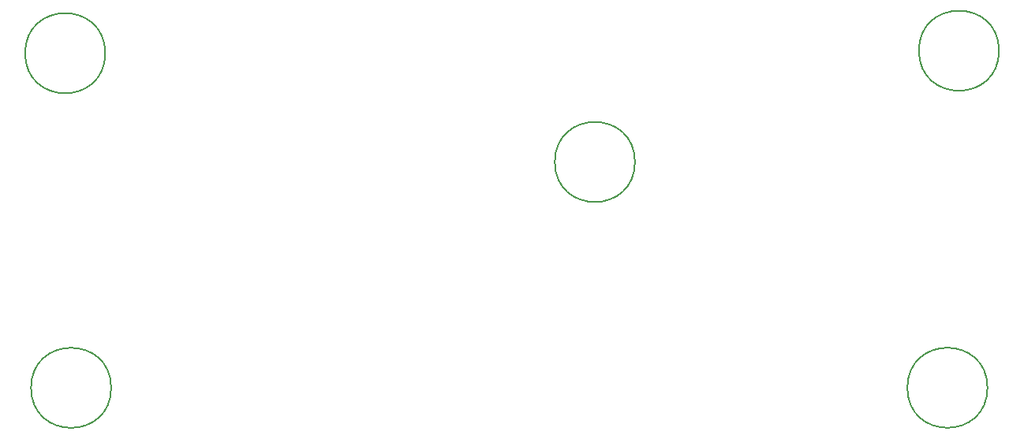
<source format=gbr>
%TF.GenerationSoftware,KiCad,Pcbnew,7.0.5-0*%
%TF.CreationDate,2023-10-17T19:27:59+10:30*%
%TF.ProjectId,Rolio,526f6c69-6f2e-46b6-9963-61645f706362,rev?*%
%TF.SameCoordinates,Original*%
%TF.FileFunction,Other,Comment*%
%FSLAX46Y46*%
G04 Gerber Fmt 4.6, Leading zero omitted, Abs format (unit mm)*
G04 Created by KiCad (PCBNEW 7.0.5-0) date 2023-10-17 19:27:59*
%MOMM*%
%LPD*%
G01*
G04 APERTURE LIST*
%ADD10C,0.150000*%
G04 APERTURE END LIST*
D10*
%TO.C,H4*%
X21408000Y-94784000D02*
G75*
G03*
X21408000Y-94784000I-4300000J0D01*
G01*
%TO.C,H3*%
X20770000Y-58840000D02*
G75*
G03*
X20770000Y-58840000I-4300000J0D01*
G01*
%TO.C,H1*%
X116693000Y-58572000D02*
G75*
G03*
X116693000Y-58572000I-4300000J0D01*
G01*
%TO.C,H5*%
X77622500Y-70526000D02*
G75*
G03*
X77622500Y-70526000I-4300000J0D01*
G01*
%TO.C,H2*%
X115458000Y-94778000D02*
G75*
G03*
X115458000Y-94778000I-4300000J0D01*
G01*
%TD*%
M02*

</source>
